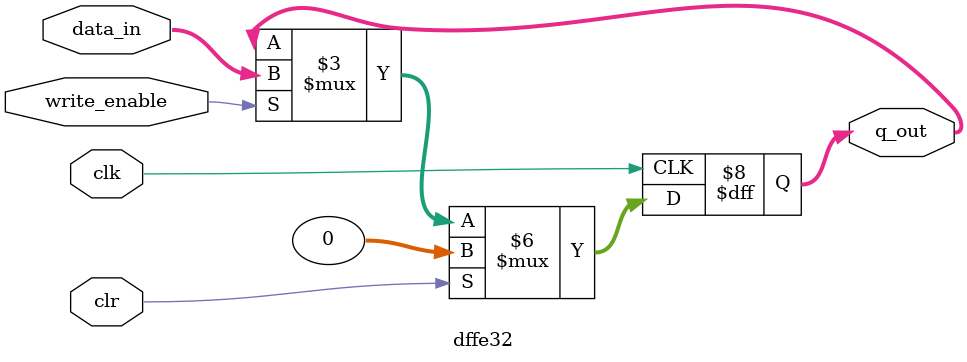
<source format=v>


module dffe32(
  data_in,write_enable,clk,clr,q_out
);

    //------------------------- Interface description  -----------------------------
    //32-bit data input
    input   [31:0] data_in;
    //32-bit data output
    output  [31:0] q_out;
    //clk is posedge triggered clock, clr is synchronized clear signal,
    //write is enabled when write_enable is one.
    input   clk,clr,write_enable;
    reg     [31:0] q_out;

    //--------------------------    Module implementation  -------------------------
    //clock is posedge triggered.    
    always @ (posedge clk)
    //synchronized clear signal.
        if (clr==1) begin
          q_out <= 0 ;
        end
        else begin
    //write enable if write_enable is high.
          if (write_enable) q_out <= data_in ;
        end
endmodule // dffe32
</source>
